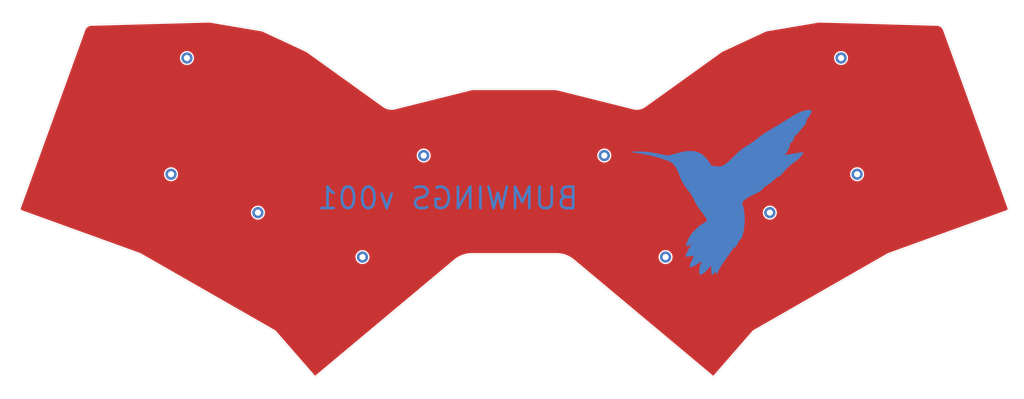
<source format=kicad_pcb>
(kicad_pcb (version 20211014) (generator pcbnew)
  (title_block (title "BumWings_001") (date "2022-10-12") (rev "v0.5") (company "tubby.twins a.k.a. mschnoor"))
  (layers (0 "F.Cu" signal) (31 "B.Cu" signal) (34 "B.Paste" user) (35 "F.Paste" user) (36 "B.SilkS" user "B.Silkscreen") (37 "F.SilkS" user "F.Silkscreen") (38 "B.Mask" user) (39 "F.Mask" user) (44 "Edge.Cuts" user))
  (net 0 "")
  (footprint "BumWings_Plate_Library:M2_Hole_TH" (layer "F.Cu") (at 300.37 115.367937)
    (fp_text reference "" (at 0 -3.2) (layer "F.SilkS"))
    (fp_text value "")
    (pad "" thru_hole circle (at 0 0) (size 4.2 4.2) (drill 2.3) (layers *.Cu *.Mask))
  )
  (footprint "BumWings_Plate_Library:M2_Hole_TH" (layer "F.Cu") (at 327 57.5)
    (fp_text reference "" (at 0 -3.2) (layer "F.SilkS"))
    (fp_text value "")
    (pad "" thru_hole circle (at 0 0) (size 4.2 4.2) (drill 2.3) (layers *.Cu *.Mask))
  )
  (footprint "BumWings_Plate_Library:M2_Hole_TH" (layer "F.Cu") (at 171 94)
    (fp_text reference "" (at 0 -3.2) (layer "F.SilkS"))
    (fp_text value "")
    (pad "" thru_hole circle (at 0 0) (size 4.2 4.2) (drill 2.3) (layers *.Cu *.Mask))
  )
  (footprint "BumWings_Plate_Library:M2_Hole_TH" (layer "F.Cu") (at 261.4 132)
    (fp_text reference "" (at 0 -3.2) (layer "F.SilkS"))
    (fp_text value "")
    (pad "" thru_hole circle (at 0 0) (size 4.2 4.2) (drill 2.3) (layers *.Cu *.Mask))
  )
  (footprint "BumWings_Plate_Library:M2_Hole_TH" (layer "F.Cu") (at 333 101)
    (fp_text reference "" (at 0 -3.2) (layer "F.SilkS"))
    (fp_text value "")
    (pad "" thru_hole circle (at 0 0) (size 4.2 4.2) (drill 2.3) (layers *.Cu *.Mask))
  )
  (footprint "BumWings_Plate_Library:M2_Hole_TH" (layer "F.Cu") (at 109.03 115.367937)
    (fp_text reference "" (at 0 -3.2) (layer "F.SilkS"))
    (fp_text value "")
    (pad "" thru_hole circle (at 0 0) (size 4.2 4.2) (drill 2.3) (layers *.Cu *.Mask))
  )
  (footprint "BumWings_Plate_Library:M2_Hole_TH" (layer "F.Cu") (at 148.1 132)
    (fp_text reference "" (at 0 -3.2) (layer "F.SilkS"))
    (fp_text value "")
    (pad "" thru_hole circle (at 0 0) (size 4.2 4.2) (drill 2.3) (layers *.Cu *.Mask))
  )
  (footprint "BumWings_Plate_Library:M2_Hole_TH" (layer "F.Cu") (at 82.5 57.5)
    (fp_text reference "" (at 0 -3.2) (layer "F.SilkS"))
    (fp_text value "")
    (pad "" thru_hole circle (at 0 0) (size 4.2 4.2) (drill 2.3) (layers *.Cu *.Mask))
  )
  (footprint "BumWings_Plate_Library:M2_Hole_TH" (layer "F.Cu") (at 238.5 94)
    (fp_text reference "" (at 0 -3.2) (layer "F.SilkS"))
    (fp_text value "")
    (pad "" thru_hole circle (at 0 0) (size 4.2 4.2) (drill 2.3) (layers *.Cu *.Mask))
  )
  (footprint "BumWings_Plate_Library:M2_Hole_TH" (layer "F.Cu") (at 76.55 101)
    (fp_text reference "" (at 0 -3.2) (layer "F.SilkS"))
    (fp_text value "")
    (pad "" thru_hole circle (at 0 0) (size 4.2 4.2) (drill 2.3) (layers *.Cu *.Mask))
  )
  (gr_poly (pts (xy 315.86677 77.084846) (xy 315.887228 77.208862) (xy 315.898717 77.331591) (xy 315.900827 77.454103) (xy 315.893147 77.577467) (xy 315.875265 77.702754) (xy 315.846772 77.831033) (xy 315.807256 77.963374) (xy 315.756307 78.100847) (xy 315.693513 78.244521) (xy 315.618465 78.395465) (xy 315.53075 78.55475) (xy 315.429959 78.723445) (xy 315.31568 78.902621) (xy 315.187503 79.093345) (xy 315.045017 79.296689) (xy 314.887811 79.513722) (xy 314.780688 79.661127) (xy 314.683193 79.798501) (xy 314.594782 79.926976) (xy 314.514914 80.047685) (xy 314.443045 80.161757) (xy 314.378633 80.270327) (xy 314.321135 80.374524) (xy 314.270009 80.475481) (xy 314.224713 80.57433) (xy 314.184702 80.672202) (xy 314.149436 80.770229) (xy 314.11837 80.869544) (xy 314.090964 80.971276) (xy 314.066673 81.076559) (xy 314.044956 81.186523) (xy 314.02527 81.302302) (xy 314.016853 81.35322) (xy 314.007546 81.40454) (xy 313.986659 81.507026) (xy 313.963415 81.60703) (xy 313.938621 81.701826) (xy 313.913081 81.788684) (xy 313.900285 81.828283) (xy 313.887604 81.864875) (xy 313.87514 81.898119) (xy 313.862994 81.927673) (xy 313.851267 81.953196) (xy 313.840058 81.974347) (xy 313.69182 82.181362) (xy 313.39432 82.561887) (xy 312.520452 83.638575) (xy 311.556295 84.794639) (xy 311.145933 85.274382) (xy 310.839688 85.620304) (xy 310.719064 85.751345) (xy 310.59007 85.887781) (xy 310.456735 86.025582) (xy 310.323089 86.160716) (xy 310.193164 86.289153) (xy 310.070991 86.406861) (xy 309.960599 86.509811) (xy 309.86602 86.593972) (xy 309.796792 86.653118) (xy 309.735619 86.705985) (xy 309.681995 86.753241) (xy 309.635418 86.795551) (xy 309.595383 86.833582) (xy 309.561386 86.868001) (xy 309.546494 86.884064) (xy 309.532924 86.899475) (xy 309.520611 86.914315) (xy 309.509492 86.928669) (xy 309.499505 86.94262) (xy 309.490588 86.956252) (xy 309.482675 86.969647) (xy 309.475706 86.982888) (xy 309.469616 86.99606) (xy 309.464343 87.009246) (xy 309.459824 87.022529) (xy 309.455996 87.035991) (xy 309.452796 87.049718) (xy 309.450161 87.063791) (xy 309.448027 87.078294) (xy 309.446333 87.093311) (xy 309.444009 87.125219) (xy 309.442684 87.160181) (xy 309.436474 87.293276) (xy 309.421767 87.424743) (xy 309.398503 87.554691) (xy 309.366619 87.683228) (xy 309.326053 87.810463) (xy 309.276744 87.936504) (xy 309.218629 88.061461) (xy 309.151646 88.18544) (xy 309.075734 88.308551) (xy 308.99083 88.430903) (xy 308.896872 88.552604) (xy 308.793798 88.673762) (xy 308.681547 88.794486) (xy 308.560056 88.914884) (xy 308.429263 89.035066) (xy 308.289106 89.155139) (xy 308.217824 89.217408) (xy 308.18759 89.246051) (xy 308.160371 89.274283) (xy 308.135725 89.303042) (xy 308.113211 89.333266) (xy 308.092386 89.365893) (xy 308.07281 89.401861) (xy 308.05404 89.442108) (xy 308.035634 89.487572) (xy 308.01715 89.53919) (xy 307.998147 89.597901) (xy 307.956816 89.740353) (xy 307.908105 89.922431) (xy 307.833142 90.201912) (xy 307.758357 90.464371) (xy 307.682688 90.71201) (xy 307.605074 90.947029) (xy 307.524452 91.17163) (xy 307.439761 91.388014) (xy 307.349939 91.598383) (xy 307.253923 91.804939) (xy 307.150652 92.009882) (xy 307.039063 92.215415) (xy 306.918095 92.423738) (xy 306.786686 92.637053) (xy 306.643773 92.857561) (xy 306.488296 93.087464) (xy 306.135397 93.584261) (xy 306.107234 93.623972) (xy 306.082242 93.659853) (xy 306.060365 93.692045) (xy 306.041551 93.720687) (xy 306.033275 93.73372) (xy 306.025744 93.745918) (xy 306.018952 93.757299) (xy 306.012891 93.767878) (xy 306.007555 93.777675) (xy 306.002936 93.786707) (xy 305.999029 93.79499) (xy 305.995827 93.802543) (xy 305.993322 93.809383) (xy 305.991508 93.815527) (xy 305.990378 93.820993) (xy 305.989925 93.825798) (xy 305.989951 93.827958) (xy 305.990143 93.829959) (xy 305.990502 93.831804) (xy 305.991025 93.833495) (xy 305.991712 93.835034) (xy 305.992563 93.836422) (xy 305.993577 93.837663) (xy 305.994752 93.838759) (xy 305.996088 93.839711) (xy 305.997584 93.840521) (xy 305.999239 93.841193) (xy 306.001053 93.841728) (xy 306.005151 93.842395) (xy 306.009873 93.842542) (xy 306.015211 93.842184) (xy 306.021158 93.841341) (xy 306.027708 93.840028) (xy 306.034854 93.838264) (xy 306.496634 93.735872) (xy 307.336935 93.581701) (xy 309.621281 93.202602) (xy 311.824268 92.870137) (xy 312.562869 92.774256) (xy 312.783279 92.753156) (xy 312.88227 92.753472) (xy 312.888308 92.756822) (xy 312.892555 92.762846) (xy 312.895053 92.771459) (xy 312.895841 92.782576) (xy 312.892445 92.811979) (xy 312.882684 92.850375) (xy 312.866878 92.89708) (xy 312.845343 92.951412) (xy 312.818398 93.01269) (xy 312.78636 93.080231) (xy 312.708276 93.231374) (xy 312.613635 93.399384) (xy 312.504979 93.578805) (xy 312.384851 93.764179) (xy 312.277748 93.923308) (xy 312.168235 94.077762) (xy 312.055512 94.228325) (xy 311.938782 94.37578) (xy 311.817246 94.520909) (xy 311.690106 94.664496) (xy 311.556563 94.807323) (xy 311.415818 94.950174) (xy 311.267074 95.09383) (xy 311.109532 95.239076) (xy 310.942394 95.386693) (xy 310.76486 95.537465) (xy 310.576134 95.692176) (xy 310.375416 95.851606) (xy 309.934812 96.187761) (xy 308.506063 97.251388) (xy 308.164637 97.512136) (xy 307.839396 97.77766) (xy 307.51924 98.058686) (xy 307.193069 98.365944) (xy 306.849782 98.710161) (xy 306.47828 99.102065) (xy 306.067461 99.552384) (xy 305.606227 100.071847) (xy 305.171651 100.559175) (xy 304.7847 100.98995) (xy 304.487045 101.317536) (xy 304.384726 101.428061) (xy 304.320359 101.495302) (xy 304.272956 101.53792) (xy 304.220436 101.580259) (xy 304.16339 101.62204) (xy 304.102406 101.662983) (xy 304.038074 101.702811) (xy 303.970982 101.741243) (xy 303.901719 101.778) (xy 303.830875 101.812804) (xy 303.75904 101.845376) (xy 303.686801 101.875436) (xy 303.614748 101.902706) (xy 303.54347 101.926906) (xy 303.473557 101.947758) (xy 303.405597 101.964981) (xy 303.34018 101.978298) (xy 303.277894 101.98743) (xy 303.244102 101.993042) (xy 303.211697 102.000328) (xy 303.179959 102.009847) (xy 303.148167 102.022156) (xy 303.1156 102.037814) (xy 303.081536 102.057378) (xy 303.045256 102.081407) (xy 303.006037 102.11046) (xy 302.96316 102.145093) (xy 302.915904 102.185865) (xy 302.863546 102.233335) (xy 302.805368 102.28806) (xy 302.668663 102.421509) (xy 302.500021 102.590677) (xy 302.122235 102.958924) (xy 301.732977 103.315141) (xy 301.329208 103.661683) (xy 300.90789 104.000907) (xy 300.465985 104.335171) (xy 300.000453 104.66683) (xy 299.508256 104.998241) (xy 298.986355 105.33176) (xy 298.790584 105.456218) (xy 298.705698 105.511355) (xy 298.628672 105.562445) (xy 298.558901 105.61) (xy 298.495781 105.654533) (xy 298.438707 105.696553) (xy 298.387075 105.736574) (xy 298.340279 105.775107) (xy 298.297716 105.812662) (xy 298.25878 105.849753) (xy 298.222868 105.88689) (xy 298.189374 105.924585) (xy 298.157693 105.96335) (xy 298.127222 106.003695) (xy 298.097355 106.046134) (xy 298.043178 106.121341) (xy 297.980442 106.201547) (xy 297.910018 106.285924) (xy 297.832772 106.373641) (xy 297.749573 106.46387) (xy 297.661289 106.55578) (xy 297.568788 106.648544) (xy 297.472939 106.74133) (xy 297.374609 106.833311) (xy 297.274667 106.923656) (xy 297.17398 107.011535) (xy 297.073418 107.096121) (xy 296.973848 107.176582) (xy 296.876138 107.252091) (xy 296.781157 107.321816) (xy 296.689773 107.38493) (xy 296.48098 107.521242) (xy 296.262636 107.654887) (xy 296.027673 107.789648) (xy 295.769022 107.929308) (xy 295.479613 108.07765) (xy 295.152377 108.238456) (xy 294.780246 108.41551) (xy 294.356149 108.612593) (xy 293.849999 108.845881) (xy 293.422417 109.04618) (xy 293.060692 109.220185) (xy 292.752111 109.374594) (xy 292.483962 109.516105) (xy 292.243531 109.651414) (xy 292.018108 109.78722) (xy 291.794979 109.93022) (xy 291.679595 110.008152) (xy 291.562218 110.092556) (xy 291.44371 110.182588) (xy 291.324931 110.277403) (xy 291.20674 110.376155) (xy 291.09 110.478) (xy 290.975569 110.582093) (xy 290.864309 110.68759) (xy 290.757079 110.793644) (xy 290.65474 110.899411) (xy 290.558154 111.004047) (xy 290.468179 111.106706) (xy 290.385676 111.206543) (xy 290.311507 111.302714) (xy 290.24653 111.394374) (xy 290.191607 111.480677) (xy 290.016979 111.777008) (xy 290.149273 112.195051) (xy 290.218033 112.422067) (xy 290.291568 112.686599) (xy 290.367212 112.977052) (xy 290.442297 113.281829) (xy 290.514159 113.589335) (xy 290.580129 113.887973) (xy 290.637542 114.166147) (xy 290.683731 114.412262) (xy 290.783228 115.054838) (xy 290.86158 115.709134) (xy 290.918972 116.372979) (xy 290.95559 117.044205) (xy 290.97162 117.720639) (xy 290.967248 118.400111) (xy 290.94266 119.080452) (xy 290.898043 119.759491) (xy 290.833582 120.435057) (xy 290.749463 121.10498) (xy 290.645872 121.767089) (xy 290.522996 122.419215) (xy 290.381021 123.059186) (xy 290.220131 123.684832) (xy 290.040515 124.293983) (xy 289.842356 124.884469) (xy 289.805949 124.986105) (xy 289.773843 125.075206) (xy 289.745629 125.15251) (xy 289.720895 125.218753) (xy 289.709705 125.247957) (xy 289.699231 125.274671) (xy 289.689422 125.298988) (xy 289.680226 125.321) (xy 289.671592 125.340799) (xy 289.663468 125.358477) (xy 289.655804 125.374126) (xy 289.648548 125.387838) (xy 289.641649 125.399706) (xy 289.635055 125.40982) (xy 289.631856 125.414249) (xy 289.628714 125.418274) (xy 289.625623 125.421907) (xy 289.622576 125.425159) (xy 289.619567 125.428042) (xy 289.616589 125.430567) (xy 289.613637 125.432746) (xy 289.610702 125.434591) (xy 289.60778 125.436112) (xy 289.604864 125.437322) (xy 289.601947 125.438232) (xy 289.599022 125.438853) (xy 289.596085 125.439197) (xy 289.593127 125.439275) (xy 289.590142 125.439099) (xy 289.587125 125.438681) (xy 289.584069 125.438032) (xy 289.580967 125.437163) (xy 289.5746 125.434812) (xy 289.567974 125.431721) (xy 289.561036 125.427981) (xy 289.553737 125.423686) (xy 289.546023 125.418926) (xy 289.537585 125.413094) (xy 289.530117 125.405511) (xy 289.523594 125.39616) (xy 289.517993 125.385026) (xy 289.513292 125.372094) (xy 289.509467 125.357348) (xy 289.506494 125.340772) (xy 289.504351 125.322352) (xy 289.503013 125.302072) (xy 289.502459 125.279916) (xy 289.502665 125.255868) (xy 289.503606 125.229913) (xy 289.507606 125.172222) (xy 289.514273 125.106718) (xy 289.518863 125.076027) (xy 289.522717 125.047476) (xy 289.525842 125.021096) (xy 289.528246 124.996916) (xy 289.529937 124.97497) (xy 289.530923 124.955286) (xy 289.531154 124.946303) (xy 289.531211 124.937897) (xy 289.531096 124.930073) (xy 289.530809 124.922833) (xy 289.530352 124.916183) (xy 289.529725 124.910126) (xy 289.52893 124.904666) (xy 289.527967 124.899806) (xy 289.526837 124.895551) (xy 289.525542 124.891905) (xy 289.524082 124.888871) (xy 289.522458 124.886453) (xy 289.520672 124.884655) (xy 289.518723 124.883482) (xy 289.517689 124.88313) (xy 289.516614 124.882936) (xy 289.514345 124.883022) (xy 289.511917 124.883743) (xy 289.509331 124.885104) (xy 289.506588 124.887109) (xy 289.503689 124.88976) (xy 289.480776 124.921221) (xy 289.43746 124.992617) (xy 289.299298 125.236365) (xy 289.10855 125.583301) (xy 288.884564 125.995722) (xy 288.579869 126.558953) (xy 288.442416 126.808602) (xy 288.314304 127.037848) (xy 288.19509 127.247375) (xy 288.084333 127.437865) (xy 287.981591 127.609999) (xy 287.886423 127.76446) (xy 287.798385 127.901929) (xy 287.717037 128.02309) (xy 287.641937 128.128623) (xy 287.572643 128.219212) (xy 287.508713 128.295538) (xy 287.449705 128.358283) (xy 287.395177 128.40813) (xy 287.369455 128.428429) (xy 287.344688 128.44576) (xy 287.323063 128.458779) (xy 287.303647 128.470047) (xy 287.286169 128.479547) (xy 287.278072 128.48363) (xy 287.270357 128.487265) (xy 287.262992 128.49045) (xy 287.255941 128.493184) (xy 287.249171 128.495464) (xy 287.242648 128.49729) (xy 287.236339 128.498657) (xy 287.230208 128.499566) (xy 287.224223 128.500013) (xy 287.21835 128.499997) (xy 287.212554 128.499516) (xy 287.206801 128.498568) (xy 287.201058 128.497152) (xy 287.195291 128.495264) (xy 287.189466 128.492903) (xy 287.183549 128.490068) (xy 287.177506 128.486756) (xy 287.171303 128.482965) (xy 287.164906 128.478694) (xy 287.158282 128.47394) (xy 287.144215 128.462978) (xy 287.128829 128.450062) (xy 287.111856 128.435177) (xy 287.100954 128.425508) (xy 287.09013 128.416366) (xy 287.079462 128.407783) (xy 287.069025 128.399789) (xy 287.058899 128.392415) (xy 287.049161 128.385692) (xy 287.039887 128.379651) (xy 287.031156 128.374323) (xy 287.023046 128.36974) (xy 287.015633 128.365931) (xy 287.008995 128.362929) (xy 287.003209 128.360763) (xy 287.000661 128.360004) (xy 286.998354 128.359466) (xy 286.9963 128.359153) (xy 286.994507 128.359068) (xy 286.992985 128.359215) (xy 286.991745 128.3596) (xy 286.990795 128.360224) (xy 286.990145 128.361092) (xy 286.934996 128.439475) (xy 286.798984 128.638906) (xy 286.36573 129.281843) (xy 286.04542 129.74693) (xy 285.620929 130.351421) (xy 285.146828 131.016435) (xy 284.677688 131.663093) (xy 283.906976 132.735431) (xy 283.235792 133.700302) (xy 282.655022 134.572777) (xy 282.395693 134.979074) (xy 282.155549 135.367922) (xy 281.93345 135.741206) (xy 281.728257 136.100808) (xy 281.538831 136.448612) (xy 281.364031 136.786502) (xy 281.202719 137.116361) (xy 281.053755 137.440073) (xy 280.915999 137.759522) (xy 280.788313 138.076591) (xy 280.768894 138.127148) (xy 280.75029 138.173713) (xy 280.732444 138.216386) (xy 280.715305 138.255269) (xy 280.698816 138.290462) (xy 280.682925 138.322066) (xy 280.675186 138.336554) (xy 280.667576 138.350182) (xy 280.660088 138.362964) (xy 280.652715 138.374911) (xy 280.645451 138.386036) (xy 280.638289 138.396352) (xy 280.631221 138.405872) (xy 280.624242 138.414608) (xy 280.617344 138.422573) (xy 280.610521 138.429779) (xy 280.603765 138.436239) (xy 280.597071 138.441965) (xy 280.590431 138.446971) (xy 280.583838 138.451268) (xy 280.577286 138.45487) (xy 280.570768 138.457788) (xy 280.564277 138.460036) (xy 280.557806 138.461627) (xy 280.551349 138.462572) (xy 280.544899 138.462884) (xy 280.530776 138.462357) (xy 280.517183 138.460778) (xy 280.504123 138.458148) (xy 280.491599 138.454471) (xy 280.479614 138.449746) (xy 280.46817 138.443978) (xy 280.457271 138.437166) (xy 280.446919 138.429314) (xy 280.437118 138.420424) (xy 280.42787 138.410496) (xy 280.419178 138.399534) (xy 280.411045 138.387539) (xy 280.396468 138.360458) (xy 280.384163 138.329268) (xy 280.374152 138.293986) (xy 280.366458 138.254627) (xy 280.361106 138.211206) (xy 280.358118 138.163738) (xy 280.357518 138.112241) (xy 280.359328 138.056727) (xy 280.363572 137.997215) (xy 280.370274 137.933718) (xy 280.38077 137.823356) (xy 280.386035 137.72849) (xy 280.385424 137.649235) (xy 280.382714 137.615498) (xy 280.378293 137.585708) (xy 280.372083 137.559879) (xy 280.364001 137.538025) (xy 280.353968 137.520161) (xy 280.341903 137.506302) (xy 280.327725 137.496462) (xy 280.311356 137.490655) (xy 280.292712 137.488897) (xy 280.271716 137.491202) (xy 280.248285 137.497584) (xy 280.22234 137.508057) (xy 280.193801 137.522637) (xy 280.162586 137.541338) (xy 280.091809 137.591161) (xy 280.009366 137.657641) (xy 279.914613 137.740895) (xy 279.806908 137.84104) (xy 279.685607 137.958191) (xy 279.550067 138.092466) (xy 279.445563 138.197065) (xy 279.350027 138.290789) (xy 279.263003 138.373925) (xy 279.222539 138.411612) (xy 279.184032 138.446759) (xy 279.147424 138.479402) (xy 279.112657 138.509578) (xy 279.079676 138.537322) (xy 279.048422 138.562669) (xy 279.018839 138.585656) (xy 278.990869 138.606319) (xy 278.964455 138.624693) (xy 278.939539 138.640814) (xy 278.916066 138.654718) (xy 278.893977 138.666442) (xy 278.873216 138.67602) (xy 278.853725 138.683489) (xy 278.835447 138.688884) (xy 278.818325 138.692242) (xy 278.802302 138.693598) (xy 278.787321 138.692988) (xy 278.773324 138.690447) (xy 278.760254 138.686013) (xy 278.748054 138.67972) (xy 278.736667 138.671605) (xy 278.726036 138.661703) (xy 278.716104 138.650051) (xy 278.706813 138.636683) (xy 278.698107 138.621636) (xy 278.673928 138.568555) (xy 278.651029 138.502832) (xy 278.629447 138.424846) (xy 278.609222 138.334977) (xy 278.572997 138.121108) (xy 278.542663 137.864266) (xy 278.51853 137.567487) (xy 278.500908 137.233812) (xy 278.490108 136.866279) (xy 278.486439 136.467927) (xy 278.486439 135.335511) (xy 278.264188 135.488972) (xy 278.215331 135.525798) (xy 278.156599 135.574237) (xy 278.01267 135.702786) (xy 277.838727 135.868295) (xy 277.641096 136.064437) (xy 277.426102 136.284888) (xy 277.200069 136.523323) (xy 276.969323 136.773416) (xy 276.74019 137.028843) (xy 276.665671 137.111562) (xy 276.5873 137.194754) (xy 276.505565 137.278024) (xy 276.420954 137.360976) (xy 276.333955 137.443215) (xy 276.245058 137.524346) (xy 276.154749 137.603972) (xy 276.063519 137.6817) (xy 275.971854 137.757134) (xy 275.880243 137.829878) (xy 275.789175 137.899537) (xy 275.699138 137.965715) (xy 275.61062 138.028019) (xy 275.52411 138.086051) (xy 275.440096 138.139417) (xy 275.359066 138.187722) (xy 275.294846 138.222522) (xy 275.225812 138.257267) (xy 275.152856 138.291656) (xy 275.07687 138.325387) (xy 274.998744 138.358156) (xy 274.91937 138.389661) (xy 274.839639 138.419601) (xy 274.760443 138.447673) (xy 274.682674 138.473574) (xy 274.607222 138.497003) (xy 274.53498 138.517656) (xy 274.466838 138.535233) (xy 274.403688 138.549429) (xy 274.346422 138.559944) (xy 274.29593 138.566475) (xy 274.253105 138.568719) (xy 274.219325 138.567671) (xy 274.189243 138.563809) (xy 274.162587 138.556056) (xy 274.139085 138.543335) (xy 274.118468 138.524567) (xy 274.100462 138.498676) (xy 274.084798 138.464584) (xy 274.071203 138.421213) (xy 274.059407 138.367486) (xy 274.049137 138.302326) (xy 274.040124 138.224655) (xy 274.032095 138.133395) (xy 274.017905 137.905802) (xy 274.004397 137.610926) (xy 273.998048 137.399146) (xy 273.997017 137.191644) (xy 274.001536 136.987243) (xy 274.011838 136.784765) (xy 274.028155 136.58303) (xy 274.050719 136.380862) (xy 274.079764 136.177081) (xy 274.115521 135.97051) (xy 274.158224 135.75997) (xy 274.208105 135.544283) (xy 274.265396 135.32227) (xy 274.33033 135.092755) (xy 274.484057 134.6065) (xy 274.671146 134.076093) (xy 274.703558 133.985112) (xy 274.732993 133.899898) (xy 274.758955 133.822249) (xy 274.780949 133.753964) (xy 274.798477 133.696841) (xy 274.811045 133.652679) (xy 274.815313 133.63602) (xy 274.818155 133.623275) (xy 274.819509 133.61467) (xy 274.819608 133.61199) (xy 274.819313 133.610429) (xy 274.806998 133.610063) (xy 274.782312 133.618666) (xy 274.697935 133.661443) (xy 274.570397 133.736095) (xy 274.403916 133.839955) (xy 274.202709 133.970355) (xy 273.970992 134.12463) (xy 273.712982 134.300113) (xy 273.432895 134.494137) (xy 273.201776 134.653435) (xy 272.982184 134.800153) (xy 272.773366 134.934608) (xy 272.574571 135.057118) (xy 272.385046 135.168001) (xy 272.204041 135.267574) (xy 272.030802 135.356157) (xy 271.864578 135.434065) (xy 271.704618 135.501618) (xy 271.550169 135.559132) (xy 271.400479 135.606926) (xy 271.254797 135.645318) (xy 271.11237 135.674625) (xy 270.972447 135.695165) (xy 270.834276 135.707256) (xy 270.697105 135.711216) (xy 270.639816 135.711076) (xy 270.588791 135.710596) (xy 270.543719 135.709681) (xy 270.523318 135.709032) (xy 270.504289 135.70824) (xy 270.486594 135.707292) (xy 270.470193 135.706178) (xy 270.455048 135.704886) (xy 270.44112 135.703403) (xy 270.42837 135.70172) (xy 270.41676 135.699822) (xy 270.40625 135.697701) (xy 270.396802 135.695342) (xy 270.388378 135.692736) (xy 270.380937 135.68987) (xy 270.374443 135.686733) (xy 270.368855 135.683312) (xy 270.364136 135.679597) (xy 270.36209 135.677626) (xy 270.360246 135.675576) (xy 270.3586 135.673447) (xy 270.357147 135.671237) (xy 270.355882 135.668945) (xy 270.354799 135.666569) (xy 270.353896 135.664107) (xy 270.353165 135.661559) (xy 270.352205 135.656197) (xy 270.351881 135.65047) (xy 270.352154 135.644368) (xy 270.352984 135.637877) (xy 270.354334 135.630988) (xy 270.356165 135.623687) (xy 270.358438 135.615964) (xy 270.393495 135.459864) (xy 270.448397 135.208509) (xy 270.494627 135.004015) (xy 270.555305 134.787987) (xy 270.632478 134.55534) (xy 270.728193 134.300988) (xy 270.844496 134.019848) (xy 270.983433 133.706833) (xy 271.14705 133.356858) (xy 271.337395 132.96484) (xy 271.543606 132.543988) (xy 271.721042 132.173738) (xy 271.850854 131.89477) (xy 271.892009 131.802228) (xy 271.914189 131.747761) (xy 271.92434 131.719757) (xy 271.932895 131.695133) (xy 271.939745 131.673671) (xy 271.944781 131.655155) (xy 271.946584 131.646934) (xy 271.947894 131.639368) (xy 271.948696 131.632429) (xy 271.948977 131.626092) (xy 271.948723 131.620328) (xy 271.94792 131.61511) (xy 271.946555 131.610412) (xy 271.944615 131.606206) (xy 271.942086 131.602466) (xy 271.938954 131.599163) (xy 271.935206 131.596271) (xy 271.930828 131.593763) (xy 271.925807 131.591611) (xy 271.920128 131.589789) (xy 271.91378 131.588269) (xy 271.906747 131.587024) (xy 271.899016 131.586027) (xy 271.890575 131.585251) (xy 271.871503 131.584254) (xy 271.849424 131.583815) (xy 271.824229 131.583716) (xy 271.782826 131.585401) (xy 271.720215 131.590248) (xy 271.543771 131.608191) (xy 271.319702 131.635063) (xy 271.072812 131.668384) (xy 270.708297 131.715285) (xy 270.386136 131.752885) (xy 270.102546 131.781308) (xy 269.853745 131.800676) (xy 269.741208 131.807005) (xy 269.63595 131.811116) (xy 269.537497 131.813025) (xy 269.445378 131.812749) (xy 269.359119 131.810303) (xy 269.278246 131.805701) (xy 269.202289 131.79896) (xy 269.130773 131.790095) (xy 269.060596 131.779966) (xy 268.994016 131.769589) (xy 268.932645 131.759212) (xy 268.878095 131.749084) (xy 268.831979 131.739451) (xy 268.812587 131.734898) (xy 268.795908 131.730562) (xy 268.782144 131.726475) (xy 268.771496 131.722666) (xy 268.764166 131.719168) (xy 268.761808 131.717544) (xy 268.760355 131.71601) (xy 268.755837 131.707903) (xy 268.754474 131.694812) (xy 268.756692 131.675721) (xy 268.762918 131.649616) (xy 268.789097 131.572297) (xy 268.836423 131.454732) (xy 268.908305 131.288799) (xy 269.008154 131.066373) (xy 269.305396 130.41955) (xy 269.48091 130.050323) (xy 269.660765 129.687235) (xy 269.842852 129.333944) (xy 270.025063 128.99411) (xy 270.20529 128.67139) (xy 270.381424 128.369445) (xy 270.551357 128.091932) (xy 270.71298 127.84251) (xy 270.740936 127.801423) (xy 270.767209 127.761615) (xy 270.791731 127.723249) (xy 270.814431 127.686487) (xy 270.83524 127.651493) (xy 270.854088 127.618429) (xy 270.870904 127.587458) (xy 270.88562 127.558742) (xy 270.898166 127.532446) (xy 270.908471 127.50873) (xy 270.916467 127.487759) (xy 270.922083 127.469694) (xy 270.923976 127.461802) (xy 270.925249 127.454699) (xy 270.925892 127.448403) (xy 270.925896 127.442936) (xy 270.925253 127.438317) (xy 270.923954 127.434568) (xy 270.921991 127.431708) (xy 270.919354 127.429758) (xy 270.90123 127.421332) (xy 270.87854 127.415921) (xy 270.851184 127.413563) (xy 270.819061 127.414299) (xy 270.78207 127.418166) (xy 270.74011 127.425204) (xy 270.69308 127.43545) (xy 270.640881 127.448944) (xy 270.520568 127.485831) (xy 270.378365 127.536175) (xy 270.213466 127.600284) (xy 270.025064 127.678471) (xy 269.918931 127.721475) (xy 269.809015 127.762557) (xy 269.698479 127.800787) (xy 269.590485 127.835235) (xy 269.488197 127.864969) (xy 269.394777 127.889061) (xy 269.313386 127.90658) (xy 269.278191 127.912583) (xy 269.247189 127.916595) (xy 268.966731 127.948345) (xy 269.072563 127.55676) (xy 269.164735 127.229911) (xy 269.262743 126.909968) (xy 269.36672 126.596645) (xy 269.476797 126.289654) (xy 269.593107 125.98871) (xy 269.71578 125.693525) (xy 269.844949 125.403813) (xy 269.980746 125.119287) (xy 270.123302 124.839659) (xy 270.272749 124.564643) (xy 270.429219 124.293953) (xy 270.592843 124.027301) (xy 270.763754 123.764401) (xy 270.942083 123.504966) (xy 271.127961 123.248708) (xy 271.321522 122.995342) (xy 271.416503 122.880202) (xy 271.532941 122.746923) (xy 271.819269 122.436741) (xy 272.15868 122.086375) (xy 272.529345 121.717406) (xy 272.909435 121.351413) (xy 273.277124 121.009977) (xy 273.610582 120.714677) (xy 273.757653 120.591073) (xy 273.887981 120.487095) (xy 274.153845 120.284905) (xy 274.456173 120.064174) (xy 274.784298 119.832157) (xy 275.127553 119.59611) (xy 275.475274 119.363287) (xy 275.816793 119.140944) (xy 276.141446 118.936335) (xy 276.438565 118.756716) (xy 276.490547 118.724939) (xy 276.541143 118.693239) (xy 276.590079 118.661818) (xy 276.637085 118.630877) (xy 276.68189 118.600618) (xy 276.724222 118.571243) (xy 276.76381 118.542953) (xy 276.800382 118.51595) (xy 276.833668 118.490434) (xy 276.863396 118.466609) (xy 276.889295 118.444675) (xy 276.911093 118.424833) (xy 276.928519 118.407286) (xy 276.935508 118.399436) (xy 276.941303 118.392235) (xy 276.945868 118.385709) (xy 276.949172 118.379882) (xy 276.951178 118.37478) (xy 276.951855 118.370428) (xy 276.945938 118.336185) (xy 276.928828 118.284262) (xy 276.864873 118.134534) (xy 276.76768 117.935569) (xy 276.644939 117.701692) (xy 276.504338 117.447227) (xy 276.353566 117.186499) (xy 276.200315 116.933833) (xy 276.052271 116.703554) (xy 275.96157 116.570982) (xy 275.843582 116.403994) (xy 275.545596 115.993806) (xy 275.197999 115.527064) (xy 274.840479 115.057841) (xy 274.344396 114.409727) (xy 273.942633 113.871434) (xy 273.60995 113.402967) (xy 273.461627 113.182419) (xy 273.32111 112.964327) (xy 273.185243 112.743694) (xy 273.050873 112.515518) (xy 272.774001 112.016541) (xy 272.465256 111.427399) (xy 272.099397 110.708095) (xy 271.763294 110.043494) (xy 271.477295 109.494979) (xy 271.347505 109.255263) (xy 271.223543 109.033777) (xy 271.103178 108.826927) (xy 270.984178 108.631115) (xy 270.864309 108.442744) (xy 270.74134 108.258218) (xy 270.613038 108.07394) (xy 270.47717 107.886313) (xy 270.173809 107.486628) (xy 269.813397 107.030388) (xy 269.327308 106.401992) (xy 268.873464 105.775518) (xy 268.452364 105.151897) (xy 268.254247 104.841447) (xy 268.064501 104.532059) (xy 267.883189 104.223849) (xy 267.710373 103.916934) (xy 267.546114 103.611429) (xy 267.390475 103.307452) (xy 267.243518 103.005117) (xy 267.105304 102.704543) (xy 266.975896 102.405844) (xy 266.855355 102.109138) (xy 266.310313 100.706845) (xy 266.162475 100.340477) (xy 266.012637 99.989473) (xy 265.860783 99.653817) (xy 265.706898 99.333493) (xy 265.550967 99.028486) (xy 265.392974 98.73878) (xy 265.232904 98.46436) (xy 265.070741 98.205211) (xy 264.906469 97.961316) (xy 264.740074 97.73266) (xy 264.571539 97.519229) (xy 264.400849 97.321006) (xy 264.227988 97.137976) (xy 264.052942 96.970123) (xy 263.875694 96.817431) (xy 263.69623 96.679887) (xy 263.448969 96.516465) (xy 263.176655 96.361725) (xy 262.857212 96.206985) (xy 262.468564 96.043564) (xy 261.988634 95.862779) (xy 261.395347 95.65595) (xy 260.666627 95.414393) (xy 259.780397 95.129428) (xy 258.44884 94.72074) (xy 257.155731 94.356267) (xy 255.87552 94.030612) (xy 254.582658 93.738382) (xy 253.251597 93.474182) (xy 251.856789 93.232615) (xy 250.372683 93.008288) (xy 248.773731 92.795805) (xy 248.678347 92.783702) (xy 248.58811 92.771413) (xy 248.50519 92.759248) (xy 248.431758 92.747517) (xy 248.369983 92.736531) (xy 248.322038 92.726599) (xy 248.303929 92.722125) (xy 248.290092 92.71803) (xy 248.280796 92.714355) (xy 248.277937 92.712686) (xy 248.276315 92.711136) (xy 248.275385 92.710144) (xy 248.274579 92.709155) (xy 248.273896 92.708169) (xy 248.273338 92.707189) (xy 248.272904 92.706216) (xy 248.272594 92.705254) (xy 248.272408 92.704303) (xy 248.272346 92.703365) (xy 248.272408 92.702443) (xy 248.272594 92.701539) (xy 248.272904 92.700653) (xy 248.273338 92.69979) (xy 248.273896 92.698949) (xy 248.274579 92.698133) (xy 248.275385 92.697345) (xy 248.276315 92.696586) (xy 248.277369 92.695858) (xy 248.278547 92.695162) (xy 248.27985 92.694502) (xy 248.281276 92.693878) (xy 248.2845 92.692749) (xy 248.288221 92.69179) (xy 248.292438 92.691018) (xy 248.297151 92.690447) (xy 248.30236 92.690093) (xy 248.308065 92.689971) (xy 248.37297 92.683522) (xy 248.513778 92.666159) (xy 248.937773 92.610596) (xy 249.312355 92.56325) (xy 249.723834 92.524523) (xy 250.163466 92.494603) (xy 250.622507 92.473674) (xy 251.092215 92.461923) (xy 251.563845 92.459535) (xy 252.028654 92.466698) (xy 252.477898 92.483596) (xy 253.257685 92.530042) (xy 254.040014 92.597201) (xy 254.858683 92.689909) (xy 255.747486 92.813002) (xy 256.740221 92.971318) (xy 257.870684 93.169694) (xy 260.67998 93.705972) (xy 262.055814 93.975846) (xy 262.611439 93.885887) (xy 263.080991 93.792291) (xy 263.82786 93.617335) (xy 264.978549 93.329269) (xy 266.659563 92.896344) (xy 267.008906 92.807409) (xy 267.359799 92.723622) (xy 267.708336 92.645663) (xy 268.05061 92.574215) (xy 268.382714 92.50996) (xy 268.700741 92.453581) (xy 269.000785 92.40576) (xy 269.278939 92.367178) (xy 269.586228 92.336627) (xy 269.947342 92.316246) (xy 270.342688 92.305786) (xy 270.752667 92.305001) (xy 271.157686 92.313641) (xy 271.538149 92.331459) (xy 271.874459 92.358207) (xy 272.019933 92.374852) (xy 272.147021 92.393636) (xy 272.489155 92.458736) (xy 272.823321 92.539137) (xy 273.149984 92.635134) (xy 273.469608 92.747021) (xy 273.782659 92.875093) (xy 274.089601 93.019645) (xy 274.390901 93.180971) (xy 274.687023 93.359366) (xy 274.978432 93.555124) (xy 275.265593 93.76854) (xy 275.548971 93.999908) (xy 275.829031 94.249523) (xy 276.106239 94.51768) (xy 276.38106 94.804672) (xy 276.653958 95.110796) (xy 276.925398 95.436344) (xy 277.113656 95.679565) (xy 277.342034 95.985108) (xy 277.853423 96.691133) (xy 278.103568 97.045602) (xy 278.328102 97.370367) (xy 278.510592 97.642423) (xy 278.634606 97.838761) (xy 278.645519 97.855939) (xy 278.656424 97.871752) (xy 278.667313 97.886201) (xy 278.67818 97.899285) (xy 278.683601 97.905316) (xy 278.689015 97.911006) (xy 278.694418 97.916354) (xy 278.699811 97.921362) (xy 278.705192 97.926028) (xy 278.710561 97.930354) (xy 278.715916 97.934338) (xy 278.721257 97.937981) (xy 278.726582 97.941283) (xy 278.731891 97.944244) (xy 278.737182 97.946864) (xy 278.742454 97.949143) (xy 278.747708 97.951081) (xy 278.752941 97.952678) (xy 278.758153 97.953933) (xy 278.763342 97.954848) (xy 278.768508 97.955421) (xy 278.77365 97.955654) (xy 278.778767 97.955545) (xy 278.783858 97.955095) (xy 278.788921 97.954304) (xy 278.793957 97.953172) (xy 278.798963 97.9517) (xy 278.803939 97.949885) (xy 278.854465 97.932459) (xy 278.912718 97.917878) (xy 278.978615 97.906134) (xy 279.052069 97.897218) (xy 279.132995 97.891125) (xy 279.221309 97.887845) (xy 279.419757 97.889695) (xy 279.646731 97.902707) (xy 279.901547 97.926819) (xy 280.183525 97.96197) (xy 280.491982 98.008097) (xy 280.782341 98.056848) (xy 280.902398 98.076266) (xy 281.008084 98.092514) (xy 281.101182 98.105693) (xy 281.183474 98.115903) (xy 281.256743 98.123244) (xy 281.322772 98.127819) (xy 281.383345 98.129727) (xy 281.440243 98.12907) (xy 281.49525 98.125947) (xy 281.550149 98.12046) (xy 281.606721 98.11271) (xy 281.666751 98.102798) (xy 281.804315 98.076887) (xy 281.954613 98.043749) (xy 282.106043 98.003765) (xy 282.258868 97.95679) (xy 282.413352 97.902675) (xy 282.569758 97.841275) (xy 282.72835 97.77244) (xy 282.889392 97.696025) (xy 283.053147 97.611881) (xy 283.219879 97.519862) (xy 283.38985 97.419821) (xy 283.563325 97.311609) (xy 283.740567 97.19508) (xy 283.92184 97.070087) (xy 284.107408 96.936481) (xy 284.297533 96.794117) (xy 284.492479 96.642847) (xy 284.630435 96.524663) (xy 284.839084 96.335351) (xy 285.427782 95.782289) (xy 286.177214 95.061547) (xy 287.006021 94.251013) (xy 287.777695 93.491049) (xy 288.399053 92.890144) (xy 288.666851 92.638275) (xy 288.913255 92.412892) (xy 289.14366 92.209569) (xy 289.36346 92.023882) (xy 289.578051 91.851403) (xy 289.792829 91.687706) (xy 290.013187 91.528365) (xy 290.244521 91.368955) (xy 290.492227 91.205049) (xy 290.761698 91.032222) (xy 291.387519 90.642096) (xy 292.028619 90.242648) (xy 292.602125 89.879352) (xy 293.11337 89.548675) (xy 293.567689 89.247081) (xy 293.970414 88.971035) (xy 294.326878 88.717004) (xy 294.642415 88.481452) (xy 294.922357 88.260846) (xy 295.585135 87.725064) (xy 296.27173 87.16547) (xy 296.435513 87.037344) (xy 296.628504 86.890553) (xy 297.074079 86.56156) (xy 297.552395 86.219669) (xy 297.786314 86.056754) (xy 298.007395 85.906055) (xy 298.766171 85.415418) (xy 299.882631 84.727336) (xy 304.468519 81.984928) (xy 305.065817 81.623111) (xy 305.774239 81.185888) (xy 306.504489 80.72882) (xy 307.167269 80.307472) (xy 307.841141 79.875778) (xy 308.416848 79.510994) (xy 308.910327 79.203633) (xy 309.337515 78.944206) (xy 309.714351 78.723227) (xy 310.056769 78.531207) (xy 310.380709 78.35866) (xy 310.702107 78.196096) (xy 311.226167 77.945197) (xy 311.481384 77.830863) (xy 311.732492 77.723815) (xy 311.979818 77.623961) (xy 312.223686 77.531207) (xy 312.464423 77.44546) (xy 312.702354 77.366628) (xy 312.937805 77.294617) (xy 313.171101 77.229335) (xy 313.402567 77.170687) (xy 313.63253 77.118582) (xy 313.861315 77.072926) (xy 314.089247 77.033626) (xy 314.316652 77.000589) (xy 314.543856 76.973723) (xy 314.725757 76.958095) (xy 314.943376 76.943955) (xy 315.168932 76.932793) (xy 315.374642 76.926096) (xy 315.83502 76.920806)) (layer "B.Cu") (width 0.03) (fill solid))
  (gr_line (start 294.25 159.958) (end 279.65 176.728) (layer "Edge.Cuts") (width 0.1))
  (gr_line (start 204.622 131) (end 205 131) (layer "Edge.Cuts") (width 0.1))
  (gr_arc (start 182.782 133.238) (mid 185.727572 131.573419) (end 189.062 131) (layer "Edge.Cuts") (width 0.1))
  (gr_arc (start 220.56 131) (mid 223.894429 131.573416) (end 226.84 133.238) (layer "Edge.Cuts") (width 0.1))
  (gr_arc (start 389.72 113.648) (mid 389.645688 114.383578) (end 389.113509 114.896785) (layer "Edge.Cuts") (width 0.1))
  (gr_arc (start 127.203475 54.734435) (mid 127.32093 54.790312) (end 127.432 54.858) (layer "Edge.Cuts") (width 0.1))
  (gr_arc (start 294.25 159.958) (mid 294.37464 159.851354) (end 294.51 159.758) (layer "Edge.Cuts") (width 0.1))
  (gr_line (start 220 69) (end 189.622 69) (layer "Edge.Cuts") (width 0.1))
  (gr_arc (start 362.729981 44.938697) (mid 364.485792 45.48014) (end 365.591865 46.947325) (layer "Edge.Cuts") (width 0.1))
  (gr_line (start 110.472 47.029833) (end 91.082 43.748) (layer "Edge.Cuts") (width 0.1))
  (gr_line (start 64.682 130.898) (end 20.508491 114.896785) (layer "Edge.Cuts") (width 0.1))
  (gr_line (start 278.847927 176.776408) (end 226.84 133.238) (layer "Edge.Cuts") (width 0.1))
  (gr_arc (start 344.45 131.128) (mid 344.689986 131.002316) (end 344.94 130.898) (layer "Edge.Cuts") (width 0.1))
  (gr_line (start 318.54 43.748) (end 299.15 47.029833) (layer "Edge.Cuts") (width 0.1))
  (gr_arc (start 298.65 47.178001) (mid 298.895379 47.088322) (end 299.15 47.029833) (layer "Edge.Cuts") (width 0.1))
  (gr_arc (start 220 69) (mid 220.683068 69.055238) (end 221.353087 69.19914) (layer "Edge.Cuts") (width 0.1))
  (gr_line (start 282.19 54.858) (end 253.47199 75.494979) (layer "Edge.Cuts") (width 0.1))
  (gr_arc (start 110.472 47.029833) (mid 110.72662 47.088327) (end 110.972 47.178001) (layer "Edge.Cuts") (width 0.1))
  (gr_arc (start 188.268913 69.19914) (mid 188.938933 69.055248) (end 189.622 69) (layer "Edge.Cuts") (width 0.1))
  (gr_arc (start 64.682 130.898) (mid 64.932015 131.002315) (end 65.172 131.128) (layer "Edge.Cuts") (width 0.1))
  (gr_line (start 90.712853 43.724931) (end 46.890021 44.938753) (layer "Edge.Cuts") (width 0.1))
  (gr_arc (start 90.712853 43.724931) (mid 90.898077 43.726056) (end 91.082 43.748) (layer "Edge.Cuts") (width 0.1))
  (gr_line (start 389.72 113.648) (end 365.591865 46.947325) (layer "Edge.Cuts") (width 0.1))
  (gr_arc (start 318.54 43.748) (mid 318.723923 43.726051) (end 318.909147 43.724931) (layer "Edge.Cuts") (width 0.1))
  (gr_line (start 188.268913 69.19914) (end 160.073337 76.254049) (layer "Edge.Cuts") (width 0.1))
  (gr_arc (start 115.112 159.758) (mid 115.247207 159.851231) (end 115.372 159.958) (layer "Edge.Cuts") (width 0.1))
  (gr_line (start 249.548663 76.254049) (end 221.353087 69.19914) (layer "Edge.Cuts") (width 0.1))
  (gr_line (start 44.029904 46.947965) (end 19.902 113.648) (layer "Edge.Cuts") (width 0.1))
  (gr_arc (start 282.19 54.858) (mid 282.301068 54.790309) (end 282.418525 54.734435) (layer "Edge.Cuts") (width 0.1))
  (gr_line (start 362.729981 44.938697) (end 318.909147 43.724931) (layer "Edge.Cuts") (width 0.1))
  (gr_arc (start 160.073337 76.254049) (mid 158.032244 76.285062) (end 156.15001 75.494979) (layer "Edge.Cuts") (width 0.1))
  (gr_line (start 344.45 131.128) (end 294.51 159.758) (layer "Edge.Cuts") (width 0.1))
  (gr_arc (start 279.65 176.728) (mid 279.25899 176.918337) (end 278.847927 176.776408) (layer "Edge.Cuts") (width 0.1))
  (gr_arc (start 20.508491 114.896785) (mid 19.983128 114.380267) (end 19.902 113.648) (layer "Edge.Cuts") (width 0.1))
  (gr_line (start 298.65 47.178001) (end 282.418525 54.734435) (layer "Edge.Cuts") (width 0.1))
  (gr_line (start 156.15001 75.494979) (end 127.432 54.858) (layer "Edge.Cuts") (width 0.1))
  (gr_arc (start 44.029904 46.947965) (mid 45.135267 45.481153) (end 46.890021 44.938753) (layer "Edge.Cuts") (width 0.1))
  (gr_line (start 182.782 133.238) (end 130.774073 176.776408) (layer "Edge.Cuts") (width 0.1))
  (gr_arc (start 130.774073 176.776408) (mid 130.362997 176.918355) (end 129.972 176.728) (layer "Edge.Cuts") (width 0.1))
  (gr_line (start 189.062 131) (end 204.622 131) (layer "Edge.Cuts") (width 0.1))
  (gr_line (start 389.113509 114.896785) (end 344.94 130.898) (layer "Edge.Cuts") (width 0.1))
  (gr_line (start 205 131) (end 220.56 131) (layer "Edge.Cuts") (width 0.1))
  (gr_line (start 115.112 159.758) (end 65.172 131.128) (layer "Edge.Cuts") (width 0.1))
  (gr_arc (start 253.47199 75.494979) (mid 251.589761 76.285069) (end 249.548663 76.254049) (layer "Edge.Cuts") (width 0.1))
  (gr_line (start 127.203475 54.734435) (end 110.972 47.178001) (layer "Edge.Cuts") (width 0.1))
  (gr_line (start 129.972 176.728) (end 115.372 159.958) (layer "Edge.Cuts") (width 0.1))
  (gr_text "BUMWINGS v001" (at 180 110) (layer "B.Cu") (effects (font (size 8 8) (thickness 1)) (justify mirror)))
  (zone (net 0) (net_name "") (layer "F.Cu") (connect_pads (clearance 0.508)) (min_thickness 0.254) (fill yes (thermal_gap 0.508) (thermal_bridge_width 0.508))
    (polygon (pts (xy 316.35 36.088) (xy 369.560209 38.481701) (xy 395.38 116.638) (xy 346.45 134.858) (xy 297.52 163.318) (xy 279.99 182.918) (xy 219.78 134.688) (xy 187.85 134.858) (xy 171.54 147.698) (xy 130.15 185.108) (xy 111.86 165.918) (xy 64.49 137.428) (xy 12.62 117.638) (xy 38.4 41.788) (xy 78.28 35.788) (xy 113.66 39.088) (xy 159.84 67.868) (xy 204.51 60.678) (xy 247.99 67.868) (xy 266.88 51.978)))
  )
)
</source>
